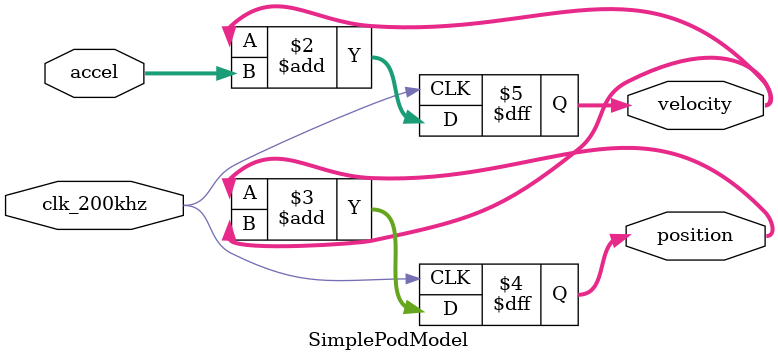
<source format=v>
`timescale 1ns / 1ps
module SimplePodModel(
    input wire [63:0] accel,
    input wire clk_200khz,
    output reg [63:0] position,
    output reg [63:0] velocity
    );
	
		always @(posedge clk_200khz)
		begin
			velocity <= velocity + accel;
			position <= position + velocity;
		end

endmodule

</source>
